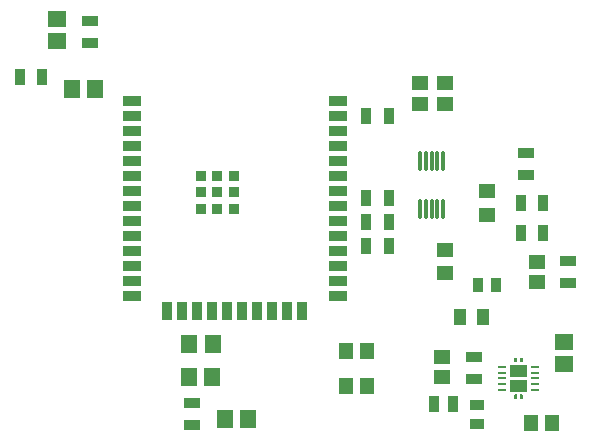
<source format=gtp>
G04*
G04 #@! TF.GenerationSoftware,Altium Limited,Altium Designer,25.2.1 (25)*
G04*
G04 Layer_Color=8421504*
%FSLAX44Y44*%
%MOMM*%
G71*
G04*
G04 #@! TF.SameCoordinates,B8EFBEB0-C926-48BE-8793-122A16FBB591*
G04*
G04*
G04 #@! TF.FilePolarity,Positive*
G04*
G01*
G75*
%ADD15R,1.4500X1.2000*%
%ADD16R,0.9500X1.4000*%
%ADD17R,1.4000X0.9500*%
%ADD18R,1.4562X1.2546*%
%ADD19R,1.4986X0.8890*%
%ADD20R,0.8890X1.4986*%
%ADD21R,0.8890X0.8890*%
%ADD22R,1.0500X1.4000*%
%ADD23R,1.1546X1.3621*%
%ADD24R,0.8081X1.2621*%
%ADD25R,1.5562X1.4546*%
%ADD26R,0.8500X1.3500*%
%ADD27R,1.2621X0.8081*%
G04:AMPARAMS|DCode=28|XSize=0.6mm|YSize=0.24mm|CornerRadius=0.0504mm|HoleSize=0mm|Usage=FLASHONLY|Rotation=0.000|XOffset=0mm|YOffset=0mm|HoleType=Round|Shape=RoundedRectangle|*
%AMROUNDEDRECTD28*
21,1,0.6000,0.1392,0,0,0.0*
21,1,0.4992,0.2400,0,0,0.0*
1,1,0.1008,0.2496,-0.0696*
1,1,0.1008,-0.2496,-0.0696*
1,1,0.1008,-0.2496,0.0696*
1,1,0.1008,0.2496,0.0696*
%
%ADD28ROUNDEDRECTD28*%
%ADD29R,1.4500X1.1500*%
%ADD30O,0.3000X1.7000*%
%ADD31R,0.9500X1.4500*%
%ADD32R,1.1500X1.4500*%
%ADD33R,1.3549X1.5562*%
G36*
X512743Y50994D02*
X512884Y50853D01*
X512960Y50669D01*
Y50570D01*
Y40970D01*
Y40870D01*
X512884Y40687D01*
X512743Y40546D01*
X512560Y40470D01*
X498360D01*
X498177Y40546D01*
X498036Y40687D01*
X497960Y40870D01*
Y40970D01*
Y50570D01*
Y50669D01*
X498036Y50853D01*
X498177Y50994D01*
X498360Y51070D01*
X512560D01*
X512743Y50994D01*
D02*
G37*
G36*
X508993Y38394D02*
X509134Y38253D01*
X509210Y38069D01*
Y37970D01*
Y35570D01*
Y35470D01*
X509134Y35287D01*
X508993Y35146D01*
X508809Y35070D01*
X507110D01*
X506927Y35146D01*
X506786Y35287D01*
X506710Y35470D01*
Y35570D01*
Y37970D01*
Y38069D01*
X506786Y38253D01*
X506927Y38394D01*
X507110Y38470D01*
X508809D01*
X508993Y38394D01*
D02*
G37*
G36*
X503993D02*
X504134Y38253D01*
X504210Y38069D01*
Y37970D01*
Y35570D01*
Y35470D01*
X504134Y35287D01*
X503993Y35146D01*
X503809Y35070D01*
X502110D01*
X501927Y35146D01*
X501786Y35287D01*
X501710Y35470D01*
Y35570D01*
Y37970D01*
Y38069D01*
X501786Y38253D01*
X501927Y38394D01*
X502110Y38470D01*
X503809D01*
X503993Y38394D01*
D02*
G37*
G36*
X508993Y68994D02*
X509134Y68853D01*
X509210Y68669D01*
Y68570D01*
Y66170D01*
Y66070D01*
X509134Y65887D01*
X508993Y65746D01*
X508809Y65670D01*
X507110D01*
X506927Y65746D01*
X506786Y65887D01*
X506710Y66070D01*
Y66170D01*
Y68570D01*
Y68669D01*
X506786Y68853D01*
X506927Y68994D01*
X507110Y69070D01*
X508809D01*
X508993Y68994D01*
D02*
G37*
G36*
X503993D02*
X504134Y68853D01*
X504210Y68669D01*
Y68570D01*
Y66170D01*
Y66070D01*
X504134Y65887D01*
X503993Y65746D01*
X503809Y65670D01*
X502110D01*
X501927Y65746D01*
X501786Y65887D01*
X501710Y66070D01*
Y66170D01*
Y68570D01*
Y68669D01*
X501786Y68853D01*
X501927Y68994D01*
X502110Y69070D01*
X503809D01*
X503993Y68994D01*
D02*
G37*
G36*
X512743Y63594D02*
X512884Y63453D01*
X512960Y63269D01*
Y63170D01*
Y53570D01*
Y53471D01*
X512884Y53287D01*
X512743Y53146D01*
X512560Y53070D01*
X498360D01*
X498177Y53146D01*
X498036Y53287D01*
X497960Y53471D01*
Y53570D01*
Y63170D01*
Y63269D01*
X498036Y63453D01*
X498177Y63594D01*
X498360Y63670D01*
X512560D01*
X512743Y63594D01*
D02*
G37*
D15*
X478790Y190820D02*
D03*
Y210820D02*
D03*
X443230Y141130D02*
D03*
Y161130D02*
D03*
D16*
X525780Y200660D02*
D03*
X507280D02*
D03*
Y175260D02*
D03*
X525780D02*
D03*
X83100Y307340D02*
D03*
X101600D02*
D03*
D17*
X547370Y132990D02*
D03*
Y151490D02*
D03*
X511810Y224430D02*
D03*
Y242930D02*
D03*
X228600Y30840D02*
D03*
Y12340D02*
D03*
X142240Y354690D02*
D03*
Y336190D02*
D03*
X467360Y51710D02*
D03*
Y70210D02*
D03*
D18*
X520700Y133982D02*
D03*
Y150498D02*
D03*
X440690Y53340D02*
D03*
Y69856D02*
D03*
D19*
X177800Y287020D02*
D03*
Y274320D02*
D03*
Y261620D02*
D03*
Y248920D02*
D03*
Y236220D02*
D03*
Y223520D02*
D03*
Y210820D02*
D03*
Y198120D02*
D03*
Y185420D02*
D03*
Y172720D02*
D03*
Y160020D02*
D03*
Y147320D02*
D03*
Y134620D02*
D03*
Y121920D02*
D03*
X352800D02*
D03*
Y134620D02*
D03*
Y147320D02*
D03*
Y160020D02*
D03*
Y172720D02*
D03*
Y185420D02*
D03*
Y198120D02*
D03*
Y210820D02*
D03*
Y223520D02*
D03*
Y236220D02*
D03*
Y248920D02*
D03*
Y261620D02*
D03*
Y274320D02*
D03*
Y287020D02*
D03*
D20*
X208150Y109420D02*
D03*
X220850D02*
D03*
X233550D02*
D03*
X246250D02*
D03*
X258950D02*
D03*
X271650D02*
D03*
X284350D02*
D03*
X297050D02*
D03*
X309750D02*
D03*
X322450D02*
D03*
D21*
X236300Y195820D02*
D03*
Y223820D02*
D03*
Y209820D02*
D03*
X264300Y195820D02*
D03*
X250300D02*
D03*
X264300Y209820D02*
D03*
Y223820D02*
D03*
X250300D02*
D03*
Y209820D02*
D03*
D22*
X474980Y104140D02*
D03*
X455980D02*
D03*
D23*
X515884Y13970D02*
D03*
X533400D02*
D03*
D24*
X470770Y130810D02*
D03*
X486810D02*
D03*
D25*
X543560Y82918D02*
D03*
Y64402D02*
D03*
X114300Y356336D02*
D03*
Y337820D02*
D03*
D26*
X433710Y30480D02*
D03*
X450210D02*
D03*
D27*
X469900Y29610D02*
D03*
Y13570D02*
D03*
D28*
X519460Y62070D02*
D03*
Y57070D02*
D03*
Y52070D02*
D03*
Y47070D02*
D03*
Y42070D02*
D03*
X491460D02*
D03*
Y47070D02*
D03*
Y52070D02*
D03*
Y57070D02*
D03*
Y62070D02*
D03*
D29*
X421640Y302120D02*
D03*
Y284620D02*
D03*
X443230Y302260D02*
D03*
Y284760D02*
D03*
D30*
X421800Y195400D02*
D03*
X426800D02*
D03*
X431800D02*
D03*
X436800D02*
D03*
X441800D02*
D03*
X421800Y236400D02*
D03*
X426800D02*
D03*
X431800D02*
D03*
X436800D02*
D03*
X441800D02*
D03*
D31*
X395830Y274320D02*
D03*
X376330D02*
D03*
X395830Y204470D02*
D03*
X376330D02*
D03*
X395830Y184150D02*
D03*
X376330D02*
D03*
X395830Y163830D02*
D03*
X376330D02*
D03*
D32*
X359550Y45720D02*
D03*
X377050D02*
D03*
X359410Y74930D02*
D03*
X376910D02*
D03*
D33*
X226464Y53340D02*
D03*
X245977D02*
D03*
X246380Y81280D02*
D03*
X226867D02*
D03*
X276457Y17780D02*
D03*
X256943D02*
D03*
X127403Y297180D02*
D03*
X146917D02*
D03*
M02*

</source>
